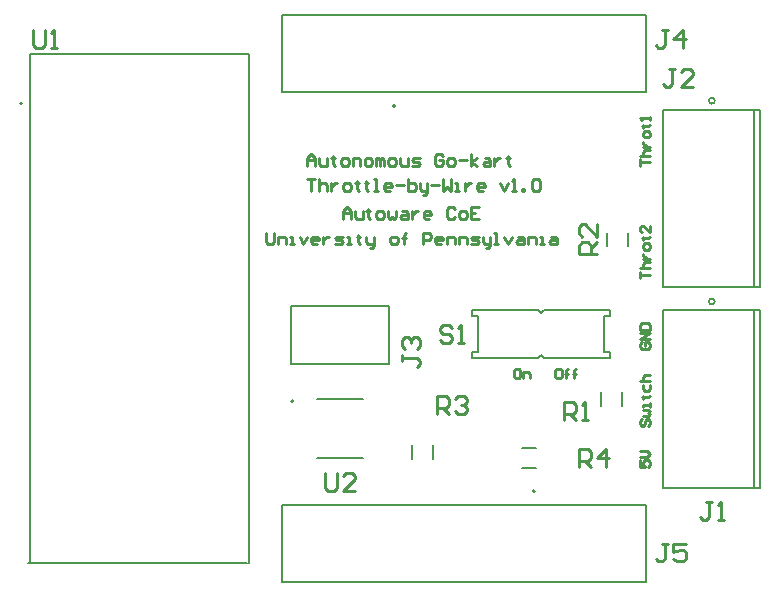
<source format=gto>
G04*
G04 #@! TF.GenerationSoftware,Altium Limited,Altium Designer,23.4.1 (23)*
G04*
G04 Layer_Color=65535*
%FSLAX42Y42*%
%MOMM*%
G71*
G04*
G04 #@! TF.SameCoordinates,9F17B6EC-CAF7-4D44-AAD4-BEE513544B2B*
G04*
G04*
G04 #@! TF.FilePolarity,Positive*
G04*
G01*
G75*
%ADD10C,0.20*%
%ADD11C,0.20*%
%ADD12C,0.13*%
%ADD13C,0.25*%
D10*
X6475Y4175D02*
G03*
X6475Y4175I-25J0D01*
G01*
Y2475D02*
G03*
X6475Y2475I-25J0D01*
G01*
X2885Y2440D02*
X3715D01*
Y1950D02*
Y2440D01*
X2885Y1950D02*
X3715D01*
X2885D02*
Y2440D01*
D11*
X610Y4150D02*
G03*
X610Y4150I-10J0D01*
G01*
X3768Y4130D02*
G03*
X3768Y4130I-10J0D01*
G01*
X4952Y870D02*
G03*
X4952Y870I-10J0D01*
G01*
X2906Y1631D02*
G03*
X2906Y1631I-10J0D01*
G01*
D12*
X5562Y2942D02*
Y3058D01*
X5738Y2942D02*
Y3058D01*
X6860Y2600D02*
Y4100D01*
X6810Y2600D02*
X6860D01*
X6040D02*
X6810D01*
X6040D02*
Y4100D01*
X6860D01*
X6810Y2600D02*
Y4100D01*
X5512Y1589D02*
Y1705D01*
X5688Y1589D02*
Y1705D01*
X6810Y900D02*
Y2400D01*
X6040D02*
X6860D01*
X6040Y900D02*
Y2400D01*
Y900D02*
X6810D01*
X6860D01*
Y2400D01*
X660Y265D02*
X2514D01*
X2527Y265D02*
X2527Y4570D01*
X673Y265D02*
X673Y4570D01*
X2527D01*
X4842Y1238D02*
X4958D01*
X4842Y1062D02*
X4958D01*
X2809Y4250D02*
X5890D01*
X2809D02*
Y4900D01*
X5890Y4250D02*
Y4900D01*
X2809D02*
X5890D01*
X2809Y750D02*
X5890D01*
Y100D02*
Y750D01*
X2809Y100D02*
Y750D01*
Y100D02*
X5890D01*
X3105Y1148D02*
X3495D01*
X3105Y1652D02*
X3495D01*
X5588Y1997D02*
Y2048D01*
X5537D02*
X5588D01*
X5537D02*
Y2352D01*
X5588D01*
Y2403D01*
X5029D02*
X5588D01*
X5004Y2378D02*
X5029Y2403D01*
X4979D02*
X5004Y2378D01*
X4420Y2403D02*
X4979D01*
X4420Y2352D02*
Y2403D01*
Y2352D02*
X4471D01*
Y2048D02*
Y2352D01*
X4420Y2048D02*
X4471D01*
X4420Y1997D02*
Y2048D01*
Y1997D02*
X4979D01*
X5004Y2022D01*
X5029Y1997D01*
X5588D01*
X4088Y1142D02*
Y1258D01*
X3912Y1142D02*
Y1258D01*
D13*
X5845Y2675D02*
Y2729D01*
Y2702D01*
X5925D01*
X5845Y2755D02*
X5925D01*
X5885D01*
X5871Y2769D01*
Y2795D01*
X5885Y2809D01*
X5925D01*
X5871Y2835D02*
X5925D01*
X5898D01*
X5885Y2849D01*
X5871Y2862D01*
Y2875D01*
X5925Y2929D02*
Y2955D01*
X5911Y2969D01*
X5885D01*
X5871Y2955D01*
Y2929D01*
X5885Y2915D01*
X5911D01*
X5925Y2929D01*
X5858Y3009D02*
X5871D01*
Y2995D01*
Y3022D01*
Y3009D01*
X5911D01*
X5925Y3022D01*
Y3115D02*
Y3062D01*
X5871Y3115D01*
X5858D01*
X5845Y3102D01*
Y3075D01*
X5858Y3062D01*
X5845Y3625D02*
Y3679D01*
Y3652D01*
X5925D01*
X5845Y3705D02*
X5925D01*
X5885D01*
X5871Y3719D01*
Y3745D01*
X5885Y3759D01*
X5925D01*
X5871Y3785D02*
X5925D01*
X5898D01*
X5885Y3799D01*
X5871Y3812D01*
Y3825D01*
X5925Y3879D02*
Y3905D01*
X5911Y3919D01*
X5885D01*
X5871Y3905D01*
Y3879D01*
X5885Y3865D01*
X5911D01*
X5925Y3879D01*
X5858Y3959D02*
X5871D01*
Y3945D01*
Y3972D01*
Y3959D01*
X5911D01*
X5925Y3972D01*
Y4012D02*
Y4039D01*
Y4025D01*
X5845D01*
X5858Y4012D01*
X5476Y2873D02*
X5324D01*
Y2949D01*
X5349Y2975D01*
X5400D01*
X5425Y2949D01*
Y2873D01*
Y2924D02*
X5476Y2975D01*
Y3127D02*
Y3025D01*
X5375Y3127D01*
X5349D01*
X5324Y3102D01*
Y3051D01*
X5349Y3025D01*
X6139Y4440D02*
X6088D01*
X6114D01*
Y4313D01*
X6088Y4288D01*
X6063D01*
X6038Y4313D01*
X6291Y4288D02*
X6190D01*
X6291Y4389D01*
Y4414D01*
X6266Y4440D01*
X6215D01*
X6190Y4414D01*
X5165Y1905D02*
X5139D01*
X5125Y1892D01*
Y1839D01*
X5139Y1825D01*
X5165D01*
X5179Y1839D01*
Y1892D01*
X5165Y1905D01*
X5219Y1825D02*
Y1892D01*
Y1865D01*
X5205D01*
X5232D01*
X5219D01*
Y1892D01*
X5232Y1905D01*
X5285Y1825D02*
Y1892D01*
Y1865D01*
X5272D01*
X5299D01*
X5285D01*
Y1892D01*
X5299Y1905D01*
X5858Y1479D02*
X5845Y1465D01*
Y1439D01*
X5858Y1425D01*
X5871D01*
X5885Y1439D01*
Y1465D01*
X5898Y1479D01*
X5911D01*
X5925Y1465D01*
Y1439D01*
X5911Y1425D01*
X5871Y1505D02*
X5911D01*
X5925Y1519D01*
X5911Y1532D01*
X5925Y1545D01*
X5911Y1559D01*
X5871D01*
X5925Y1585D02*
Y1612D01*
Y1599D01*
X5871D01*
Y1585D01*
X5858Y1665D02*
X5871D01*
Y1652D01*
Y1679D01*
Y1665D01*
X5911D01*
X5925Y1679D01*
X5871Y1772D02*
Y1732D01*
X5885Y1719D01*
X5911D01*
X5925Y1732D01*
Y1772D01*
X5845Y1799D02*
X5925D01*
X5885D01*
X5871Y1812D01*
Y1839D01*
X5885Y1852D01*
X5925D01*
X5198Y1474D02*
Y1626D01*
X5275D01*
X5300Y1601D01*
Y1550D01*
X5275Y1525D01*
X5198D01*
X5249D02*
X5300Y1474D01*
X5351D02*
X5402D01*
X5376D01*
Y1626D01*
X5351Y1601D01*
X3824Y2025D02*
Y1974D01*
Y1999D01*
X3951D01*
X3976Y1974D01*
Y1948D01*
X3951Y1923D01*
X3849Y2075D02*
X3824Y2101D01*
Y2152D01*
X3849Y2177D01*
X3875D01*
X3900Y2152D01*
Y2126D01*
Y2152D01*
X3925Y2177D01*
X3951D01*
X3976Y2152D01*
Y2101D01*
X3951Y2075D01*
X6450Y776D02*
X6399D01*
X6425D01*
Y649D01*
X6399Y624D01*
X6374D01*
X6348Y649D01*
X6501Y624D02*
X6552D01*
X6526D01*
Y776D01*
X6501Y751D01*
X698Y4776D02*
Y4649D01*
X724Y4624D01*
X775D01*
X800Y4649D01*
Y4776D01*
X851Y4624D02*
X902D01*
X876D01*
Y4776D01*
X851Y4751D01*
X5323Y1074D02*
Y1226D01*
X5399D01*
X5425Y1201D01*
Y1150D01*
X5399Y1125D01*
X5323D01*
X5374D02*
X5425Y1074D01*
X5552D02*
Y1226D01*
X5475Y1150D01*
X5577D01*
X6075Y4776D02*
X6024D01*
X6049D01*
Y4649D01*
X6024Y4624D01*
X5998D01*
X5973Y4649D01*
X6202Y4624D02*
Y4776D01*
X6125Y4700D01*
X6227D01*
X6075Y426D02*
X6024D01*
X6049D01*
Y299D01*
X6024Y274D01*
X5998D01*
X5973Y299D01*
X6227Y426D02*
X6125D01*
Y350D01*
X6176Y375D01*
X6202D01*
X6227Y350D01*
Y299D01*
X6202Y274D01*
X6151D01*
X6125Y299D01*
X3173Y1026D02*
Y899D01*
X3198Y874D01*
X3249D01*
X3275Y899D01*
Y1026D01*
X3427Y874D02*
X3325D01*
X3427Y975D01*
Y1001D01*
X3402Y1026D01*
X3351D01*
X3325Y1001D01*
X4250Y2251D02*
X4225Y2276D01*
X4174D01*
X4148Y2251D01*
Y2225D01*
X4174Y2200D01*
X4225D01*
X4250Y2175D01*
Y2149D01*
X4225Y2124D01*
X4174D01*
X4148Y2149D01*
X4301Y2124D02*
X4352D01*
X4326D01*
Y2276D01*
X4301Y2251D01*
X4123Y1524D02*
Y1676D01*
X4199D01*
X4225Y1651D01*
Y1600D01*
X4199Y1575D01*
X4123D01*
X4174D02*
X4225Y1524D01*
X4275Y1651D02*
X4301Y1676D01*
X4352D01*
X4377Y1651D01*
Y1625D01*
X4352Y1600D01*
X4326D01*
X4352D01*
X4377Y1575D01*
Y1549D01*
X4352Y1524D01*
X4301D01*
X4275Y1549D01*
X4815Y1905D02*
X4789D01*
X4775Y1892D01*
Y1839D01*
X4789Y1825D01*
X4815D01*
X4829Y1839D01*
Y1892D01*
X4815Y1905D01*
X4855Y1825D02*
Y1879D01*
X4895D01*
X4909Y1865D01*
Y1825D01*
X5845Y1129D02*
Y1075D01*
X5885D01*
X5871Y1102D01*
Y1115D01*
X5885Y1129D01*
X5911D01*
X5925Y1115D01*
Y1089D01*
X5911Y1075D01*
X5845Y1155D02*
X5898D01*
X5925Y1182D01*
X5898Y1209D01*
X5845D01*
X5858Y2129D02*
X5845Y2115D01*
Y2089D01*
X5858Y2075D01*
X5911D01*
X5925Y2089D01*
Y2115D01*
X5911Y2129D01*
X5885D01*
Y2102D01*
X5925Y2155D02*
X5845D01*
X5925Y2209D01*
X5845D01*
Y2235D02*
X5925D01*
Y2275D01*
X5911Y2289D01*
X5858D01*
X5845Y2275D01*
Y2235D01*
X3025Y3625D02*
Y3692D01*
X3059Y3725D01*
X3092Y3692D01*
Y3625D01*
Y3675D01*
X3025D01*
X3125Y3692D02*
Y3642D01*
X3142Y3625D01*
X3192D01*
Y3692D01*
X3242Y3709D02*
Y3692D01*
X3225D01*
X3259D01*
X3242D01*
Y3642D01*
X3259Y3625D01*
X3325D02*
X3359D01*
X3375Y3642D01*
Y3675D01*
X3359Y3692D01*
X3325D01*
X3309Y3675D01*
Y3642D01*
X3325Y3625D01*
X3409D02*
Y3692D01*
X3459D01*
X3475Y3675D01*
Y3625D01*
X3525D02*
X3559D01*
X3575Y3642D01*
Y3675D01*
X3559Y3692D01*
X3525D01*
X3509Y3675D01*
Y3642D01*
X3525Y3625D01*
X3609D02*
Y3692D01*
X3625D01*
X3642Y3675D01*
Y3625D01*
Y3675D01*
X3659Y3692D01*
X3675Y3675D01*
Y3625D01*
X3725D02*
X3758D01*
X3775Y3642D01*
Y3675D01*
X3758Y3692D01*
X3725D01*
X3709Y3675D01*
Y3642D01*
X3725Y3625D01*
X3808Y3692D02*
Y3642D01*
X3825Y3625D01*
X3875D01*
Y3692D01*
X3908Y3625D02*
X3958D01*
X3975Y3642D01*
X3958Y3659D01*
X3925D01*
X3908Y3675D01*
X3925Y3692D01*
X3975D01*
X4175Y3709D02*
X4158Y3725D01*
X4125D01*
X4108Y3709D01*
Y3642D01*
X4125Y3625D01*
X4158D01*
X4175Y3642D01*
Y3675D01*
X4142D01*
X4225Y3625D02*
X4258D01*
X4275Y3642D01*
Y3675D01*
X4258Y3692D01*
X4225D01*
X4208Y3675D01*
Y3642D01*
X4225Y3625D01*
X4308Y3675D02*
X4375D01*
X4408Y3625D02*
Y3725D01*
Y3659D02*
X4458Y3692D01*
X4408Y3659D02*
X4458Y3625D01*
X4525Y3692D02*
X4558D01*
X4575Y3675D01*
Y3625D01*
X4525D01*
X4508Y3642D01*
X4525Y3659D01*
X4575D01*
X4608Y3692D02*
Y3625D01*
Y3659D01*
X4625Y3675D01*
X4642Y3692D01*
X4658D01*
X4725Y3709D02*
Y3692D01*
X4708D01*
X4742D01*
X4725D01*
Y3642D01*
X4742Y3625D01*
X3025Y3509D02*
X3092D01*
X3059D01*
Y3409D01*
X3125Y3509D02*
Y3409D01*
Y3459D01*
X3142Y3475D01*
X3175D01*
X3192Y3459D01*
Y3409D01*
X3225Y3475D02*
Y3409D01*
Y3442D01*
X3242Y3459D01*
X3259Y3475D01*
X3275D01*
X3342Y3409D02*
X3375D01*
X3392Y3425D01*
Y3459D01*
X3375Y3475D01*
X3342D01*
X3325Y3459D01*
Y3425D01*
X3342Y3409D01*
X3442Y3492D02*
Y3475D01*
X3425D01*
X3459D01*
X3442D01*
Y3425D01*
X3459Y3409D01*
X3525Y3492D02*
Y3475D01*
X3509D01*
X3542D01*
X3525D01*
Y3425D01*
X3542Y3409D01*
X3592D02*
X3625D01*
X3609D01*
Y3509D01*
X3592D01*
X3725Y3409D02*
X3692D01*
X3675Y3425D01*
Y3459D01*
X3692Y3475D01*
X3725D01*
X3742Y3459D01*
Y3442D01*
X3675D01*
X3775Y3459D02*
X3842D01*
X3875Y3509D02*
Y3409D01*
X3925D01*
X3942Y3425D01*
Y3442D01*
Y3459D01*
X3925Y3475D01*
X3875D01*
X3975D02*
Y3425D01*
X3992Y3409D01*
X4042D01*
Y3392D01*
X4025Y3375D01*
X4008D01*
X4042Y3409D02*
Y3475D01*
X4075Y3459D02*
X4142D01*
X4175Y3509D02*
Y3409D01*
X4208Y3442D01*
X4242Y3409D01*
Y3509D01*
X4275Y3409D02*
X4308D01*
X4292D01*
Y3475D01*
X4275D01*
X4358D02*
Y3409D01*
Y3442D01*
X4375Y3459D01*
X4392Y3475D01*
X4408D01*
X4508Y3409D02*
X4475D01*
X4458Y3425D01*
Y3459D01*
X4475Y3475D01*
X4508D01*
X4525Y3459D01*
Y3442D01*
X4458D01*
X4658Y3475D02*
X4692Y3409D01*
X4725Y3475D01*
X4758Y3409D02*
X4791D01*
X4775D01*
Y3509D01*
X4758Y3492D01*
X4841Y3409D02*
Y3425D01*
X4858D01*
Y3409D01*
X4841D01*
X4925Y3492D02*
X4941Y3509D01*
X4975D01*
X4991Y3492D01*
Y3425D01*
X4975Y3409D01*
X4941D01*
X4925Y3425D01*
Y3492D01*
X3325Y3175D02*
Y3242D01*
X3359Y3275D01*
X3392Y3242D01*
Y3175D01*
Y3225D01*
X3325D01*
X3425Y3242D02*
Y3192D01*
X3442Y3175D01*
X3492D01*
Y3242D01*
X3542Y3259D02*
Y3242D01*
X3525D01*
X3559D01*
X3542D01*
Y3192D01*
X3559Y3175D01*
X3625D02*
X3659D01*
X3675Y3192D01*
Y3225D01*
X3659Y3242D01*
X3625D01*
X3609Y3225D01*
Y3192D01*
X3625Y3175D01*
X3709Y3242D02*
Y3192D01*
X3725Y3175D01*
X3742Y3192D01*
X3759Y3175D01*
X3775Y3192D01*
Y3242D01*
X3825D02*
X3859D01*
X3875Y3225D01*
Y3175D01*
X3825D01*
X3809Y3192D01*
X3825Y3209D01*
X3875D01*
X3909Y3242D02*
Y3175D01*
Y3209D01*
X3925Y3225D01*
X3942Y3242D01*
X3959D01*
X4058Y3175D02*
X4025D01*
X4009Y3192D01*
Y3225D01*
X4025Y3242D01*
X4058D01*
X4075Y3225D01*
Y3209D01*
X4009D01*
X4275Y3259D02*
X4258Y3275D01*
X4225D01*
X4208Y3259D01*
Y3192D01*
X4225Y3175D01*
X4258D01*
X4275Y3192D01*
X4325Y3175D02*
X4358D01*
X4375Y3192D01*
Y3225D01*
X4358Y3242D01*
X4325D01*
X4308Y3225D01*
Y3192D01*
X4325Y3175D01*
X4475Y3275D02*
X4408D01*
Y3175D01*
X4475D01*
X4408Y3225D02*
X4442D01*
X2675Y3059D02*
Y2975D01*
X2692Y2959D01*
X2725D01*
X2742Y2975D01*
Y3059D01*
X2775Y2959D02*
Y3025D01*
X2825D01*
X2842Y3009D01*
Y2959D01*
X2875D02*
X2909D01*
X2892D01*
Y3025D01*
X2875D01*
X2959D02*
X2992Y2959D01*
X3025Y3025D01*
X3109Y2959D02*
X3075D01*
X3059Y2975D01*
Y3009D01*
X3075Y3025D01*
X3109D01*
X3125Y3009D01*
Y2992D01*
X3059D01*
X3159Y3025D02*
Y2959D01*
Y2992D01*
X3175Y3009D01*
X3192Y3025D01*
X3209D01*
X3259Y2959D02*
X3309D01*
X3325Y2975D01*
X3309Y2992D01*
X3275D01*
X3259Y3009D01*
X3275Y3025D01*
X3325D01*
X3359Y2959D02*
X3392D01*
X3375D01*
Y3025D01*
X3359D01*
X3458Y3042D02*
Y3025D01*
X3442D01*
X3475D01*
X3458D01*
Y2975D01*
X3475Y2959D01*
X3525Y3025D02*
Y2975D01*
X3542Y2959D01*
X3592D01*
Y2942D01*
X3575Y2925D01*
X3558D01*
X3592Y2959D02*
Y3025D01*
X3742Y2959D02*
X3775D01*
X3792Y2975D01*
Y3009D01*
X3775Y3025D01*
X3742D01*
X3725Y3009D01*
Y2975D01*
X3742Y2959D01*
X3842D02*
Y3042D01*
Y3009D01*
X3825D01*
X3858D01*
X3842D01*
Y3042D01*
X3858Y3059D01*
X4008Y2959D02*
Y3059D01*
X4058D01*
X4075Y3042D01*
Y3009D01*
X4058Y2992D01*
X4008D01*
X4158Y2959D02*
X4125D01*
X4108Y2975D01*
Y3009D01*
X4125Y3025D01*
X4158D01*
X4175Y3009D01*
Y2992D01*
X4108D01*
X4208Y2959D02*
Y3025D01*
X4258D01*
X4275Y3009D01*
Y2959D01*
X4308D02*
Y3025D01*
X4358D01*
X4375Y3009D01*
Y2959D01*
X4408D02*
X4458D01*
X4475Y2975D01*
X4458Y2992D01*
X4425D01*
X4408Y3009D01*
X4425Y3025D01*
X4475D01*
X4508D02*
Y2975D01*
X4525Y2959D01*
X4575D01*
Y2942D01*
X4558Y2925D01*
X4541D01*
X4575Y2959D02*
Y3025D01*
X4608Y2959D02*
X4641D01*
X4625D01*
Y3059D01*
X4608D01*
X4691Y3025D02*
X4725Y2959D01*
X4758Y3025D01*
X4808D02*
X4841D01*
X4858Y3009D01*
Y2959D01*
X4808D01*
X4791Y2975D01*
X4808Y2992D01*
X4858D01*
X4891Y2959D02*
Y3025D01*
X4941D01*
X4958Y3009D01*
Y2959D01*
X4991D02*
X5025D01*
X5008D01*
Y3025D01*
X4991D01*
X5091D02*
X5125D01*
X5141Y3009D01*
Y2959D01*
X5091D01*
X5075Y2975D01*
X5091Y2992D01*
X5141D01*
M02*

</source>
